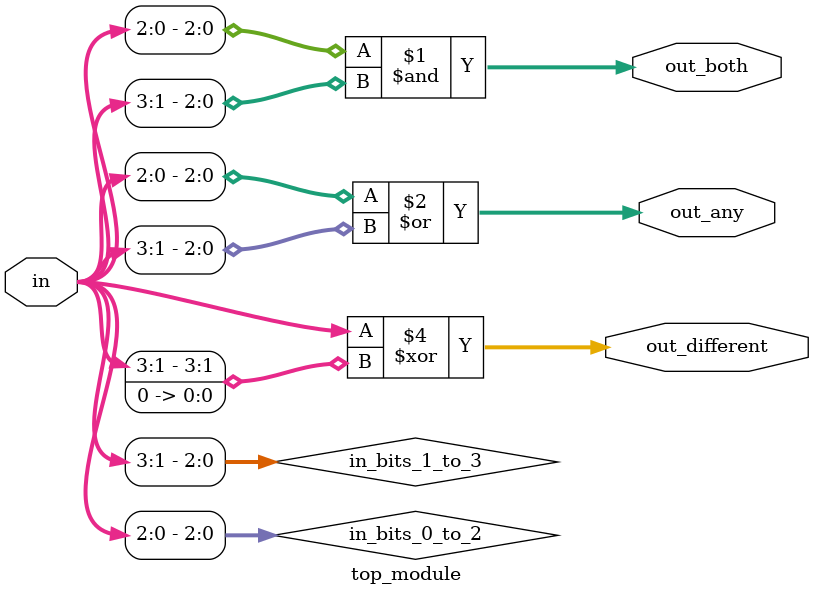
<source format=sv>
module top_module (
	input [3:0] in,
	output [2:0] out_both,
	output [3:1] out_any,
	output [3:0] out_different
);
	/* Declaration of intermediate signals */
	wire [2:0] in_bits_0_to_2;
	wire [3:1] in_bits_1_to_3;
	
	/* Extracting input bits */
	assign in_bits_0_to_2 = in[2:0];
	assign in_bits_1_to_3 = in[3:1];
	
	/* Bitwise AND operation */
	assign out_both = in_bits_0_to_2 & in_bits_1_to_3;
	
	/* Bitwise OR operation */
	assign out_any = in_bits_0_to_2 | in_bits_1_to_3;
	
	/* Bitwise XOR operation */
	assign out_different = in ^ (in_bits_1_to_3 << 1'b1);
endmodule

</source>
